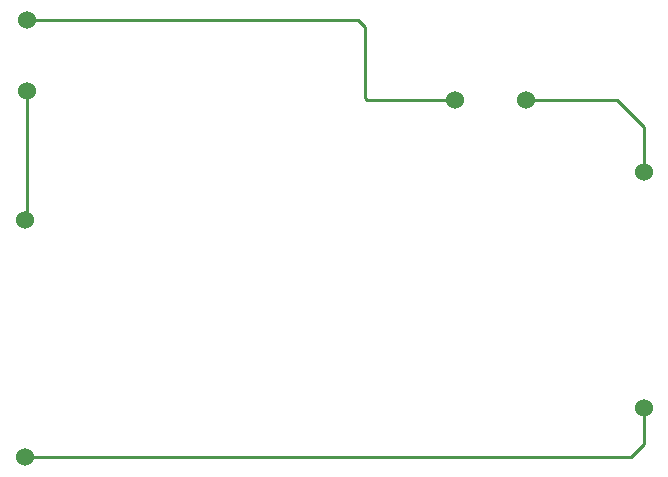
<source format=gbr>
%TF.GenerationSoftware,KiCad,Pcbnew,(6.0.7)*%
%TF.CreationDate,2022-09-05T15:15:48+08:00*%
%TF.ProjectId,6_7_2,365f375f-322e-46b6-9963-61645f706362,rev?*%
%TF.SameCoordinates,Original*%
%TF.FileFunction,Copper,L1,Top*%
%TF.FilePolarity,Positive*%
%FSLAX46Y46*%
G04 Gerber Fmt 4.6, Leading zero omitted, Abs format (unit mm)*
G04 Created by KiCad (PCBNEW (6.0.7)) date 2022-09-05 15:15:48*
%MOMM*%
%LPD*%
G01*
G04 APERTURE LIST*
%TA.AperFunction,ComponentPad*%
%ADD10C,1.524000*%
%TD*%
%TA.AperFunction,Conductor*%
%ADD11C,0.250000*%
%TD*%
G04 APERTURE END LIST*
D10*
%TO.P,V1,1,+*%
%TO.N,Net-(U1-Pad1)*%
X38164900Y-29413200D03*
%TO.P,V1,2,-*%
%TO.N,Net-(R1-Pad1)*%
X38164900Y-35413200D03*
%TD*%
%TO.P,U1,1,+*%
%TO.N,Net-(U1-Pad1)*%
X74433300Y-36197800D03*
%TO.P,U1,2,-*%
%TO.N,Net-(R2-Pad1)*%
X80433300Y-36197800D03*
%TD*%
%TO.P,R1,1*%
%TO.N,Net-(R1-Pad1)*%
X37987100Y-46365400D03*
%TO.P,R1,2*%
%TO.N,Net-(R1-Pad2)*%
X37987100Y-66365400D03*
%TD*%
%TO.P,R2,1*%
%TO.N,Net-(R2-Pad1)*%
X90361900Y-42225200D03*
%TO.P,R2,2*%
%TO.N,Net-(R1-Pad2)*%
X90361900Y-62225200D03*
%TD*%
D11*
%TO.N,Net-(R1-Pad1)*%
X38164900Y-35413200D02*
X38164900Y-46187600D01*
X38164900Y-46187600D02*
X37987100Y-46365400D01*
%TO.N,Net-(R1-Pad2)*%
X90361900Y-65331600D02*
X90361900Y-62225200D01*
X37987100Y-66365400D02*
X89328100Y-66365400D01*
X89328100Y-66365400D02*
X90361900Y-65331600D01*
%TO.N,Net-(R2-Pad1)*%
X90361900Y-38433000D02*
X90361900Y-42225200D01*
X80433300Y-36197800D02*
X88126700Y-36197800D01*
X88126700Y-36197800D02*
X90361900Y-38433000D01*
%TO.N,Net-(U1-Pad1)*%
X66178300Y-29413200D02*
X66765300Y-30000200D01*
X38164900Y-29413200D02*
X66178300Y-29413200D01*
X66765300Y-36020000D02*
X66943100Y-36197800D01*
X66943100Y-36197800D02*
X74433300Y-36197800D01*
X66765300Y-30000200D02*
X66765300Y-36020000D01*
%TD*%
M02*

</source>
